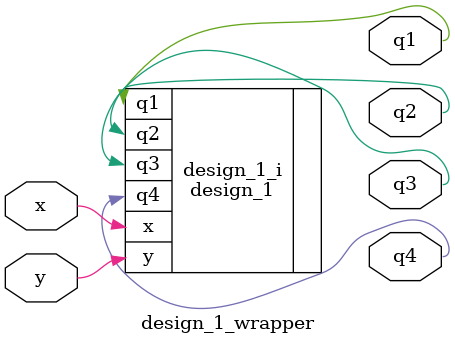
<source format=v>
`timescale 1 ps / 1 ps

module design_1_wrapper
   (q1,
    q2,
    q3,
    q4,
    x,
    y);
  output [0:0]q1;
  output [0:0]q2;
  output [0:0]q3;
  output [0:0]q4;
  input x;
  input y;

  wire [0:0]q1;
  wire [0:0]q2;
  wire [0:0]q3;
  wire [0:0]q4;
  wire x;
  wire y;

  design_1 design_1_i
       (.q1(q1),
        .q2(q2),
        .q3(q3),
        .q4(q4),
        .x(x),
        .y(y));
endmodule

</source>
